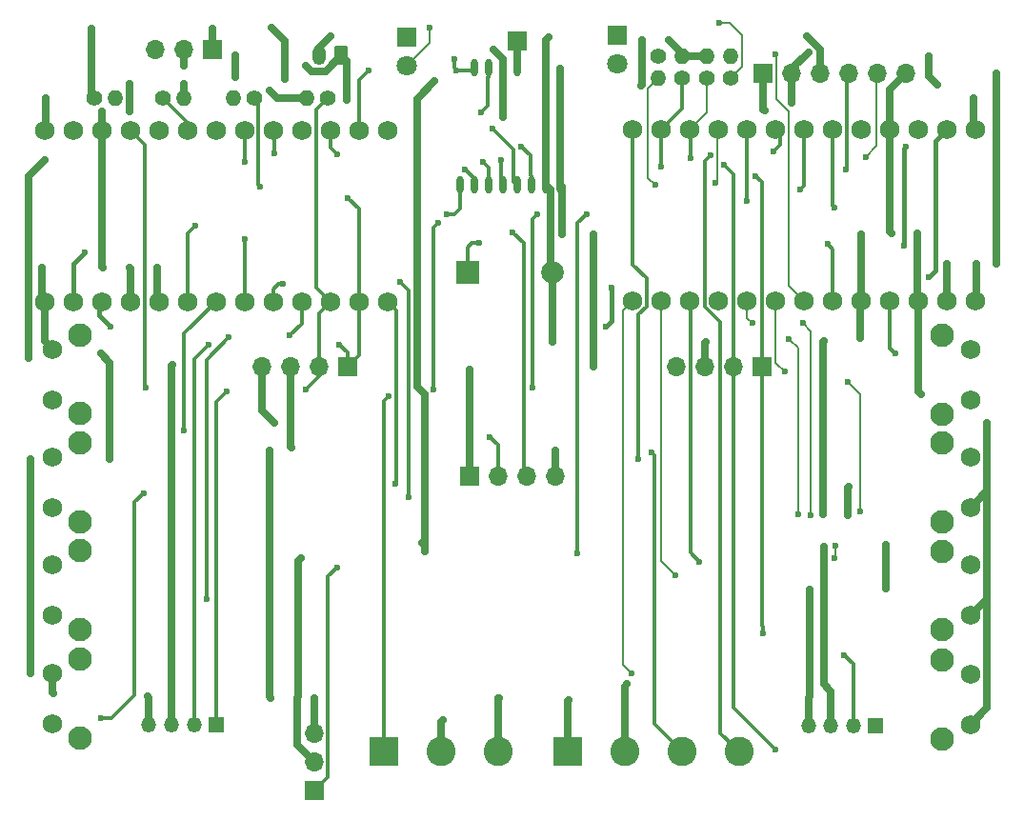
<source format=gbr>
%TF.GenerationSoftware,KiCad,Pcbnew,8.0.6-8.0.6-0~ubuntu24.04.1*%
%TF.CreationDate,2025-07-04T19:00:07-04:00*%
%TF.ProjectId,meshbot_kicad,6d657368-626f-4745-9f6b-696361642e6b,rev?*%
%TF.SameCoordinates,Original*%
%TF.FileFunction,Copper,L1,Top*%
%TF.FilePolarity,Positive*%
%FSLAX46Y46*%
G04 Gerber Fmt 4.6, Leading zero omitted, Abs format (unit mm)*
G04 Created by KiCad (PCBNEW 8.0.6-8.0.6-0~ubuntu24.04.1) date 2025-07-04 19:00:07*
%MOMM*%
%LPD*%
G01*
G04 APERTURE LIST*
G04 Aperture macros list*
%AMRoundRect*
0 Rectangle with rounded corners*
0 $1 Rounding radius*
0 $2 $3 $4 $5 $6 $7 $8 $9 X,Y pos of 4 corners*
0 Add a 4 corners polygon primitive as box body*
4,1,4,$2,$3,$4,$5,$6,$7,$8,$9,$2,$3,0*
0 Add four circle primitives for the rounded corners*
1,1,$1+$1,$2,$3*
1,1,$1+$1,$4,$5*
1,1,$1+$1,$6,$7*
1,1,$1+$1,$8,$9*
0 Add four rect primitives between the rounded corners*
20,1,$1+$1,$2,$3,$4,$5,0*
20,1,$1+$1,$4,$5,$6,$7,0*
20,1,$1+$1,$6,$7,$8,$9,0*
20,1,$1+$1,$8,$9,$2,$3,0*%
G04 Aperture macros list end*
%TA.AperFunction,ComponentPad*%
%ADD10R,1.700000X1.700000*%
%TD*%
%TA.AperFunction,ComponentPad*%
%ADD11O,1.700000X1.700000*%
%TD*%
%TA.AperFunction,ComponentPad*%
%ADD12C,1.400000*%
%TD*%
%TA.AperFunction,ComponentPad*%
%ADD13O,1.400000X1.400000*%
%TD*%
%TA.AperFunction,ComponentPad*%
%ADD14R,1.800000X1.800000*%
%TD*%
%TA.AperFunction,ComponentPad*%
%ADD15C,1.800000*%
%TD*%
%TA.AperFunction,ComponentPad*%
%ADD16RoundRect,0.250000X0.350000X0.625000X-0.350000X0.625000X-0.350000X-0.625000X0.350000X-0.625000X0*%
%TD*%
%TA.AperFunction,ComponentPad*%
%ADD17O,1.200000X1.750000*%
%TD*%
%TA.AperFunction,ComponentPad*%
%ADD18C,1.752600*%
%TD*%
%TA.AperFunction,ComponentPad*%
%ADD19O,1.350000X1.350000*%
%TD*%
%TA.AperFunction,ComponentPad*%
%ADD20R,1.350000X1.350000*%
%TD*%
%TA.AperFunction,ComponentPad*%
%ADD21R,2.600000X2.600000*%
%TD*%
%TA.AperFunction,ComponentPad*%
%ADD22C,2.600000*%
%TD*%
%TA.AperFunction,ComponentPad*%
%ADD23C,1.750000*%
%TD*%
%TA.AperFunction,ComponentPad*%
%ADD24C,2.100000*%
%TD*%
%TA.AperFunction,ComponentPad*%
%ADD25R,2.000000X2.000000*%
%TD*%
%TA.AperFunction,ComponentPad*%
%ADD26C,2.000000*%
%TD*%
%TA.AperFunction,SMDPad,CuDef*%
%ADD27RoundRect,0.300000X0.000010X-0.500000X0.000010X0.500000X-0.000010X0.500000X-0.000010X-0.500000X0*%
%TD*%
%TA.AperFunction,ViaPad*%
%ADD28C,0.600000*%
%TD*%
%TA.AperFunction,Conductor*%
%ADD29C,0.200000*%
%TD*%
%TA.AperFunction,Conductor*%
%ADD30C,0.700000*%
%TD*%
%TA.AperFunction,Conductor*%
%ADD31C,0.300000*%
%TD*%
%TA.AperFunction,Conductor*%
%ADD32C,0.400000*%
%TD*%
G04 APERTURE END LIST*
D10*
%TO.P,J12,1,Pin_1*%
%TO.N,V_EXT*%
X167480000Y-44500000D03*
D11*
%TO.P,J12,2,Pin_2*%
%TO.N,BAT*%
X170020000Y-44500000D03*
%TO.P,J12,3,Pin_3*%
%TO.N,3V3*%
X172560000Y-44500000D03*
%TO.P,J12,4,Pin_4*%
%TO.N,SDA*%
X175100000Y-44500000D03*
%TO.P,J12,5,Pin_5*%
%TO.N,SCL*%
X177640000Y-44500000D03*
%TO.P,J12,6,Pin_6*%
%TO.N,GND*%
X180180000Y-44500000D03*
%TD*%
D12*
%TO.P,R8,1*%
%TO.N,Net-(D2-A)*%
X164600000Y-44900000D03*
D13*
%TO.P,R8,2*%
%TO.N,LED_B*%
X164600000Y-43000000D03*
%TD*%
D14*
%TO.P,D1,1,K*%
%TO.N,GND*%
X154500000Y-41125000D03*
D15*
%TO.P,D1,2,A*%
%TO.N,Net-(D1-A)*%
X154500000Y-43665000D03*
%TD*%
D16*
%TO.P,J1,1,Pin_1*%
%TO.N,V_EXT*%
X130000000Y-42900000D03*
D17*
%TO.P,J1,2,Pin_2*%
%TO.N,GND*%
X128000000Y-42900000D03*
%TD*%
D18*
%TO.P,U2,1,TX0/P0.06*%
%TO.N,MESH_TX*%
X106140000Y-64780000D03*
%TO.P,U2,2,RX1/P0.08*%
%TO.N,MESH_RX*%
X108680000Y-64780000D03*
%TO.P,U2,3,GND*%
%TO.N,GND*%
X111220000Y-64780000D03*
%TO.P,U2,4,GND*%
X113760000Y-64780000D03*
%TO.P,U2,5,P0.17*%
%TO.N,RF_SW*%
X116300000Y-64780000D03*
%TO.P,U2,6,P0.20*%
%TO.N,GPS_RX*%
X118840000Y-64780000D03*
%TO.P,U2,7,P0.22*%
%TO.N,GPS_TX*%
X121380000Y-64780000D03*
%TO.P,U2,8,P0.24*%
%TO.N,MESH_BUTTON_A*%
X123920000Y-64780000D03*
%TO.P,U2,9,P1.00*%
%TO.N,MESH_BUTTON_B*%
X126460000Y-64780000D03*
%TO.P,U2,10,P0.11*%
%TO.N,SCL_MESH*%
X129000000Y-64780000D03*
%TO.P,U2,11,P1.04*%
%TO.N,SDA_MESH*%
X131540000Y-64780000D03*
%TO.P,U2,12,P1.06*%
%TO.N,MESH_BUTTON_C*%
X134080000Y-64780000D03*
%TO.P,U2,13,NFC1/P0.09*%
%TO.N,LORA_RST*%
X134080000Y-49540000D03*
%TO.P,U2,14,NFC2/P0.10*%
%TO.N,DIO1*%
X131540000Y-49540000D03*
%TO.P,U2,15,P1.11*%
%TO.N,SCK*%
X129000000Y-49540000D03*
%TO.P,U2,16,P1.13*%
%TO.N,CS*%
X126460000Y-49540000D03*
%TO.P,U2,17,P1.15*%
%TO.N,MOSI*%
X123920000Y-49540000D03*
%TO.P,U2,18,AIN0/P0.02*%
%TO.N,MISO*%
X121380000Y-49540000D03*
%TO.P,U2,19,AIN5/P0.29*%
%TO.N,BUSY*%
X118840000Y-49540000D03*
%TO.P,U2,20,AIN7/P0.31*%
%TO.N,MESH_BATT_MEASURE*%
X116300000Y-49540000D03*
%TO.P,U2,21,VCC*%
%TO.N,3V3*%
X113760000Y-49540000D03*
%TO.P,U2,22,RST*%
%TO.N,MESH_RST*%
X111220000Y-49540000D03*
%TO.P,U2,23,GND*%
%TO.N,GND*%
X108680000Y-49540000D03*
%TO.P,U2,24,BAT*%
%TO.N,BAT*%
X106140000Y-49540000D03*
%TO.P,U2,25,BAT*%
X103600000Y-49540000D03*
%TO.P,U2,26,GND*%
%TO.N,GND*%
X103600000Y-64780000D03*
%TD*%
D11*
%TO.P,J5,1,Pin_1*%
%TO.N,3V3*%
X159800000Y-70600000D03*
%TO.P,J5,2,Pin_2*%
%TO.N,GND*%
X162340000Y-70600000D03*
%TO.P,J5,3,Pin_3*%
%TO.N,SCL*%
X164880000Y-70600000D03*
D10*
%TO.P,J5,4,Pin_4*%
%TO.N,SDA*%
X167420000Y-70600000D03*
%TD*%
D19*
%TO.P,U5,1,GND*%
%TO.N,GND*%
X171500000Y-102500000D03*
%TO.P,U5,2,VCC*%
%TO.N,3V3*%
X173500000Y-102500000D03*
%TO.P,U5,3,SDA*%
%TO.N,SDA*%
X175500000Y-102500000D03*
D20*
%TO.P,U5,4,SCL*%
%TO.N,SCL*%
X177500000Y-102500000D03*
%TD*%
D21*
%TO.P,J6,1,Pin_1*%
%TO.N,GND*%
X150100000Y-104800000D03*
D22*
%TO.P,J6,2,Pin_2*%
%TO.N,3V3*%
X155180000Y-104800000D03*
%TO.P,J6,3,Pin_3*%
%TO.N,UART_RX*%
X160260000Y-104800000D03*
%TO.P,J6,4,Pin_4*%
%TO.N,UART_TX*%
X165340000Y-104800000D03*
%TD*%
D23*
%TO.P,SW1,2,2*%
%TO.N,GND*%
X104300000Y-69000000D03*
%TO.P,SW1,1,1*%
%TO.N,MESH_RST*%
X104300000Y-73500000D03*
D24*
%TO.P,SW1,*%
%TO.N,*%
X106790000Y-67740000D03*
X106790000Y-74750000D03*
%TD*%
D12*
%TO.P,R1,1*%
%TO.N,MESH_BATT_MEASURE*%
X114095000Y-46700000D03*
D13*
%TO.P,R1,2*%
%TO.N,GND*%
X115995000Y-46700000D03*
%TD*%
D10*
%TO.P,J11,1,Pin_1*%
%TO.N,SERVO_A*%
X127600000Y-108280000D03*
D11*
%TO.P,J11,2,Pin_2*%
%TO.N,BAT*%
X127600000Y-105740000D03*
%TO.P,J11,3,Pin_3*%
%TO.N,GND*%
X127600000Y-103200000D03*
%TD*%
D23*
%TO.P,SW2,2,2*%
%TO.N,GND*%
X104300000Y-78600000D03*
%TO.P,SW2,1,1*%
%TO.N,MESH_BUTTON_A*%
X104300000Y-83100000D03*
D24*
%TO.P,SW2,*%
%TO.N,*%
X106790000Y-77340000D03*
X106790000Y-84350000D03*
%TD*%
D25*
%TO.P,J9,1,Pin_1*%
%TO.N,BUZZER*%
X141200000Y-62200000D03*
D26*
%TO.P,J9,2,Pin_2*%
%TO.N,GND*%
X148800000Y-62200000D03*
%TD*%
D23*
%TO.P,SW7,2,2*%
%TO.N,GND*%
X104300000Y-88200000D03*
%TO.P,SW7,1,1*%
%TO.N,MESH_BUTTON_B*%
X104300000Y-92700000D03*
D24*
%TO.P,SW7,*%
%TO.N,*%
X106790000Y-86940000D03*
X106790000Y-93950000D03*
%TD*%
D12*
%TO.P,R6,1*%
%TO.N,SDA*%
X160300000Y-44900000D03*
D13*
%TO.P,R6,2*%
%TO.N,3V3*%
X160300000Y-43000000D03*
%TD*%
D23*
%TO.P,SW8,2,2*%
%TO.N,GND*%
X104300000Y-97800000D03*
%TO.P,SW8,1,1*%
%TO.N,MESH_BUTTON_C*%
X104300000Y-102300000D03*
D24*
%TO.P,SW8,*%
%TO.N,*%
X106790000Y-96540000D03*
X106790000Y-103550000D03*
%TD*%
D23*
%TO.P,SW6,2,2*%
%TO.N,GND*%
X185900000Y-102400000D03*
%TO.P,SW6,1,1*%
%TO.N,BUTTON_C*%
X185900000Y-97900000D03*
D24*
%TO.P,SW6,*%
%TO.N,*%
X183410000Y-103660000D03*
X183410000Y-96650000D03*
%TD*%
D12*
%TO.P,R7,1*%
%TO.N,Net-(D1-A)*%
X158200000Y-43000000D03*
D13*
%TO.P,R7,2*%
%TO.N,LED_A*%
X158200000Y-44900000D03*
%TD*%
D14*
%TO.P,D2,1,K*%
%TO.N,GND*%
X135800000Y-41260000D03*
D15*
%TO.P,D2,2,A*%
%TO.N,Net-(D2-A)*%
X135800000Y-43800000D03*
%TD*%
D23*
%TO.P,SW5,2,2*%
%TO.N,GND*%
X185900000Y-92700000D03*
%TO.P,SW5,1,1*%
%TO.N,BUTTON_B*%
X185900000Y-88200000D03*
D24*
%TO.P,SW5,*%
%TO.N,*%
X183410000Y-93960000D03*
X183410000Y-86950000D03*
%TD*%
D12*
%TO.P,R5,1*%
%TO.N,SCL*%
X162500000Y-44900000D03*
D13*
%TO.P,R5,2*%
%TO.N,3V3*%
X162500000Y-43000000D03*
%TD*%
D23*
%TO.P,SW3,2,2*%
%TO.N,GND*%
X185900000Y-73500000D03*
%TO.P,SW3,1,1*%
%TO.N,MICRO_RST*%
X185900000Y-69000000D03*
D24*
%TO.P,SW3,*%
%TO.N,*%
X183410000Y-74760000D03*
X183410000Y-67750000D03*
%TD*%
D11*
%TO.P,J3,1,Pin_1*%
%TO.N,3V3*%
X122900000Y-70600000D03*
%TO.P,J3,2,Pin_2*%
%TO.N,GND*%
X125440000Y-70600000D03*
%TO.P,J3,3,Pin_3*%
%TO.N,SCL_MESH*%
X127980000Y-70600000D03*
D10*
%TO.P,J3,4,Pin_4*%
%TO.N,SDA_MESH*%
X130520000Y-70600000D03*
%TD*%
D12*
%TO.P,R3,1*%
%TO.N,SCL_MESH*%
X128800000Y-46700000D03*
D13*
%TO.P,R3,2*%
%TO.N,3V3*%
X126900000Y-46700000D03*
%TD*%
D12*
%TO.P,R2,1*%
%TO.N,BAT*%
X107995000Y-46700000D03*
D13*
%TO.P,R2,2*%
%TO.N,MESH_BATT_MEASURE*%
X109895000Y-46700000D03*
%TD*%
D19*
%TO.P,U4,1,GND*%
%TO.N,GND*%
X112900000Y-102400000D03*
%TO.P,U4,2,VCC*%
%TO.N,3V3*%
X114900000Y-102400000D03*
%TO.P,U4,3,SDA*%
%TO.N,SDA_MESH*%
X116900000Y-102400000D03*
D20*
%TO.P,U4,4,SCL*%
%TO.N,SCL_MESH*%
X118900000Y-102400000D03*
%TD*%
D23*
%TO.P,SW4,2,2*%
%TO.N,GND*%
X185900000Y-83100000D03*
%TO.P,SW4,1,1*%
%TO.N,BUTTON_A*%
X185900000Y-78600000D03*
D24*
%TO.P,SW4,*%
%TO.N,*%
X183410000Y-84360000D03*
X183410000Y-77350000D03*
%TD*%
D10*
%TO.P,J8,1,Pin_1*%
%TO.N,BAT*%
X118500000Y-42400000D03*
D11*
%TO.P,J8,2,Pin_2*%
%TO.N,V_EXT*%
X115960000Y-42400000D03*
%TO.P,J8,3,Pin_3*%
%TO.N,unconnected-(J8-Pin_3-Pad3)*%
X113420000Y-42400000D03*
%TD*%
D27*
%TO.P,U1,1,RF_SW1*%
%TO.N,RF_SW*%
X140510000Y-54400000D03*
%TO.P,U1,2,MISO*%
%TO.N,MISO*%
X141780000Y-54400000D03*
%TO.P,U1,3,MOSI*%
%TO.N,MOSI*%
X143050000Y-54400000D03*
%TO.P,U1,4,SCK*%
%TO.N,SCK*%
X144320000Y-54400000D03*
%TO.P,U1,5,RST*%
%TO.N,LORA_RST*%
X145590000Y-54400000D03*
%TO.P,U1,6,NSS*%
%TO.N,CS*%
X146860000Y-54400000D03*
%TO.P,U1,7,GND1*%
%TO.N,GND*%
X148130000Y-54400000D03*
%TO.P,U1,8,VCC*%
%TO.N,3V3*%
X149400000Y-54400000D03*
%TO.P,U1,9,ANT*%
%TO.N,ANT*%
X145590000Y-44000000D03*
%TO.P,U1,10,GND2*%
%TO.N,GND*%
X144320000Y-44000000D03*
%TO.P,U1,11,BUSY*%
%TO.N,BUSY*%
X143050000Y-44000000D03*
%TO.P,U1,12,DIO1*%
%TO.N,DIO1*%
X141780000Y-44000000D03*
%TD*%
D21*
%TO.P,J7,1,Pin_1*%
%TO.N,1WIRE*%
X133800000Y-104800000D03*
D22*
%TO.P,J7,2,Pin_2*%
%TO.N,3V3*%
X138880000Y-104800000D03*
%TO.P,J7,3,Pin_3*%
%TO.N,GND*%
X143960000Y-104800000D03*
%TD*%
D10*
%TO.P,J4,1,Pin_1*%
%TO.N,ANT*%
X145600000Y-41600000D03*
%TD*%
D12*
%TO.P,R4,1*%
%TO.N,SDA_MESH*%
X122300000Y-46700000D03*
D13*
%TO.P,R4,2*%
%TO.N,3V3*%
X120400000Y-46700000D03*
%TD*%
D18*
%TO.P,U3,26,GND*%
%TO.N,GND*%
X186380000Y-49460000D03*
%TO.P,U3,25,BAT*%
%TO.N,BAT*%
X186380000Y-64700000D03*
%TO.P,U3,24,BAT*%
X183840000Y-64700000D03*
%TO.P,U3,23,GND*%
%TO.N,GND*%
X181300000Y-64700000D03*
%TO.P,U3,22,RST*%
%TO.N,MICRO_RST*%
X178760000Y-64700000D03*
%TO.P,U3,21,VCC*%
%TO.N,3V3*%
X176220000Y-64700000D03*
%TO.P,U3,20,AIN7/P0.31*%
%TO.N,BUZZER*%
X173680000Y-64700000D03*
%TO.P,U3,19,AIN5/P0.29*%
%TO.N,LED_B*%
X171140000Y-64700000D03*
%TO.P,U3,18,AIN0/P0.02*%
%TO.N,MISO:C*%
X168600000Y-64700000D03*
%TO.P,U3,17,P1.15*%
%TO.N,MOSI:C*%
X166060000Y-64700000D03*
%TO.P,U3,16,P1.13*%
%TO.N,SD_CS*%
X163520000Y-64700000D03*
%TO.P,U3,15,P1.11*%
%TO.N,SCK:C*%
X160980000Y-64700000D03*
%TO.P,U3,14,NFC2/P0.10*%
%TO.N,BUTTON_B*%
X158440000Y-64700000D03*
%TO.P,U3,13,NFC1/P0.09*%
%TO.N,BUTTON_C*%
X155900000Y-64700000D03*
%TO.P,U3,12,P1.06*%
%TO.N,BUTTON_A*%
X155900000Y-49460000D03*
%TO.P,U3,11,P1.04*%
%TO.N,SDA*%
X158440000Y-49460000D03*
%TO.P,U3,10,P0.11*%
%TO.N,SCL*%
X160980000Y-49460000D03*
%TO.P,U3,9,P1.00*%
%TO.N,LED_A*%
X163520000Y-49460000D03*
%TO.P,U3,8,P0.24*%
%TO.N,SERVO_A*%
X166060000Y-49460000D03*
%TO.P,U3,7,P0.22*%
%TO.N,UART_TX*%
X168600000Y-49460000D03*
%TO.P,U3,6,P0.20*%
%TO.N,UART_RX*%
X171140000Y-49460000D03*
%TO.P,U3,5,P0.17*%
%TO.N,1WIRE*%
X173680000Y-49460000D03*
%TO.P,U3,4,GND*%
%TO.N,GND*%
X176220000Y-49460000D03*
%TO.P,U3,3,GND*%
X178760000Y-49460000D03*
%TO.P,U3,2,RX1/P0.08*%
%TO.N,MESH_TX*%
X181300000Y-49460000D03*
%TO.P,U3,1,TX0/P0.06*%
%TO.N,MESH_RX*%
X183840000Y-49460000D03*
%TD*%
D10*
%TO.P,J2,1,Pin_1*%
%TO.N,3V3*%
X141380000Y-80300000D03*
D11*
%TO.P,J2,2,Pin_2*%
%TO.N,GPS_RX*%
X143920000Y-80300000D03*
%TO.P,J2,3,Pin_3*%
%TO.N,GPS_TX*%
X146460000Y-80300000D03*
%TO.P,J2,4,Pin_4*%
%TO.N,GND*%
X149000000Y-80300000D03*
%TD*%
D28*
%TO.N,Net-(D2-A)*%
X163600000Y-40000000D03*
%TO.N,BAT*%
X138300000Y-45150000D03*
%TO.N,GND*%
X123700000Y-100000000D03*
%TO.N,LED_A*%
X163200000Y-54250000D03*
X157900000Y-54400000D03*
%TO.N,GND*%
X148400000Y-41300000D03*
X143500000Y-42400000D03*
%TO.N,Net-(D2-A)*%
X137800000Y-40400000D03*
%TO.N,BAT*%
X183000000Y-45500000D03*
X171500000Y-42600000D03*
X182200000Y-43000000D03*
X188200000Y-44500000D03*
%TO.N,SCL*%
X176600000Y-51900000D03*
%TO.N,SDA*%
X174800000Y-53000000D03*
%TO.N,LED_B*%
X168600000Y-42800000D03*
%TO.N,SD_CS*%
X170600000Y-83700000D03*
X169800000Y-68100000D03*
%TO.N,MOSI:C*%
X171000000Y-66700000D03*
X166500000Y-66700000D03*
X171700000Y-83800000D03*
%TO.N,MISO:C*%
X169400000Y-71000000D03*
X176100000Y-83400000D03*
X175000000Y-71900000D03*
%TO.N,SCK:C*%
X173800000Y-87600000D03*
X173900000Y-86500000D03*
X161800000Y-87900000D03*
%TO.N,BUTTON_B*%
X159700000Y-89100000D03*
%TO.N,BUTTON_C*%
X155800000Y-97800000D03*
%TO.N,SDA*%
X167500000Y-94300000D03*
X174700000Y-96200000D03*
%TO.N,GND*%
X171600000Y-90400000D03*
%TO.N,3V3*%
X172900000Y-86600000D03*
X172900000Y-98800000D03*
%TO.N,GND*%
X178400000Y-90300000D03*
X178400000Y-86400000D03*
X187400000Y-90300000D03*
X175100000Y-81200000D03*
X187400000Y-81100000D03*
X175000000Y-83800000D03*
%TO.N,3V3*%
X176100000Y-68000000D03*
X172800000Y-83700000D03*
X172900000Y-68300000D03*
X156600000Y-45600000D03*
X159100000Y-41500000D03*
X156700000Y-41500000D03*
X149400000Y-44100000D03*
X171400000Y-41200000D03*
%TO.N,BAT*%
X170000000Y-47100000D03*
%TO.N,V_EXT*%
X167600000Y-47800000D03*
%TO.N,GND*%
X178760000Y-46700000D03*
X181500000Y-73000000D03*
%TO.N,BUTTON_A*%
X156400000Y-78800000D03*
%TO.N,GND*%
X127600000Y-100000000D03*
%TO.N,UART_RX*%
X147000000Y-72400000D03*
X157600000Y-78200000D03*
%TO.N,SCL*%
X168600000Y-104600000D03*
%TO.N,SCL_MESH*%
X126800000Y-72600000D03*
X119800000Y-72800000D03*
%TO.N,SDA_MESH*%
X130600000Y-55600000D03*
X129800000Y-68600000D03*
X118200000Y-68600000D03*
X122800000Y-54600000D03*
%TO.N,RF_SW*%
X139400000Y-57000000D03*
X117000000Y-58000000D03*
%TO.N,GND*%
X111200000Y-61800000D03*
X111200000Y-45400000D03*
X186200000Y-46700000D03*
X113600000Y-61800000D03*
X171500000Y-100000000D03*
X148200000Y-48400000D03*
X112800000Y-99900000D03*
X108700000Y-47900000D03*
X102400000Y-97800000D03*
X187400000Y-75600000D03*
X125600000Y-77800000D03*
X149000000Y-78000000D03*
X111200000Y-47900000D03*
X144000000Y-100000000D03*
X108600000Y-69400000D03*
X116000000Y-45400000D03*
X108800000Y-61800000D03*
X144400000Y-48400000D03*
X102400000Y-78800000D03*
X148800000Y-68400000D03*
X120600000Y-44800000D03*
X150200000Y-100200000D03*
X120600000Y-42900000D03*
X123600000Y-78000000D03*
X109400000Y-78800000D03*
X103400000Y-61800000D03*
X102400000Y-88200000D03*
X104400000Y-99600000D03*
X129000000Y-41200000D03*
X162400000Y-68400000D03*
%TO.N,BAT*%
X103700000Y-46700000D03*
X107800000Y-40500000D03*
X137400000Y-87000000D03*
X126400000Y-87600000D03*
X118500000Y-40500000D03*
X123800000Y-40400000D03*
X125000000Y-45000000D03*
%TO.N,GPS_TX*%
X121400000Y-59200000D03*
X145200000Y-58600000D03*
%TO.N,GPS_RX*%
X143200000Y-76800000D03*
X116000000Y-76200000D03*
%TO.N,3V3*%
X149600000Y-58800000D03*
X123600000Y-46000000D03*
X124000000Y-75600000D03*
X141400000Y-70800000D03*
X152400000Y-70600000D03*
X103600000Y-52200000D03*
X155180000Y-102000000D03*
X141380000Y-75600000D03*
X139000000Y-102000000D03*
X155400000Y-98800000D03*
X115000000Y-70400000D03*
X152400000Y-58800000D03*
X102200000Y-69800000D03*
%TO.N,MESH_RST*%
X112600000Y-72400000D03*
%TO.N,MICRO_RST*%
X179200000Y-69400000D03*
%TO.N,LORA_RST*%
X143400000Y-49400000D03*
%TO.N,BUSY*%
X142400000Y-48000000D03*
%TO.N,MOSI*%
X142600000Y-52400000D03*
X124000000Y-51600000D03*
%TO.N,MISO*%
X121400000Y-52400000D03*
X141000000Y-53050000D03*
%TO.N,DIO1*%
X140000000Y-43200000D03*
X132400000Y-44200000D03*
X140200000Y-44200000D03*
%TO.N,CS*%
X146000000Y-51000000D03*
%TO.N,SCK*%
X129600000Y-51650000D03*
X144200000Y-52200000D03*
%TO.N,MESH_RX*%
X154000000Y-63500000D03*
X153500000Y-67000000D03*
X109500000Y-67000000D03*
%TO.N,MESH_TX*%
X107200000Y-60400000D03*
%TO.N,MESH_BUTTON_A*%
X136000000Y-82200000D03*
X124800000Y-63200000D03*
X135200000Y-63000000D03*
%TO.N,MESH_BUTTON_B*%
X120000000Y-67950000D03*
X118000000Y-91200000D03*
X125400000Y-67800000D03*
%TO.N,V_EXT*%
X126800000Y-43800000D03*
X116000000Y-43800000D03*
X130500000Y-46900000D03*
%TO.N,UART_RX*%
X147400000Y-57000000D03*
%TO.N,1WIRE*%
X138200000Y-72600000D03*
X138600000Y-57800000D03*
X134200000Y-73200000D03*
%TO.N,MESH_BUTTON_C*%
X112400000Y-81800000D03*
X108600000Y-101800000D03*
X134800000Y-81000000D03*
%TO.N,SERVO_A*%
X129600000Y-88400000D03*
X151000000Y-87200000D03*
X151800000Y-57000000D03*
%TO.N,BUZZER*%
X142200000Y-59600000D03*
%TO.N,MESH_TX*%
X180200000Y-51000000D03*
%TO.N,UART_TX*%
X168400000Y-51400000D03*
X162800000Y-51800000D03*
%TO.N,SCL*%
X161000000Y-52000000D03*
%TO.N,SERVO_A*%
X166000000Y-55800000D03*
%TO.N,1WIRE*%
X173800000Y-56400000D03*
%TO.N,BUZZER*%
X173200000Y-59650000D03*
%TO.N,3V3*%
X176200000Y-58800000D03*
%TO.N,SCL*%
X164000000Y-52600000D03*
%TO.N,UART_RX*%
X170800000Y-54800000D03*
%TO.N,SDA*%
X166800000Y-53600000D03*
X158400000Y-52800000D03*
%TO.N,GND*%
X178900000Y-58700000D03*
%TO.N,MESH_TX*%
X180000000Y-59800000D03*
%TO.N,GND*%
X181200000Y-58700000D03*
%TO.N,MESH_RX*%
X182200000Y-62600000D03*
%TO.N,BAT*%
X183800000Y-61400000D03*
X188200000Y-61400000D03*
X186400000Y-61400000D03*
%TD*%
D29*
%TO.N,Net-(D2-A)*%
X163600000Y-40000000D02*
X164500000Y-40000000D01*
X164500000Y-40000000D02*
X165600000Y-41100000D01*
D30*
%TO.N,BAT*%
X137400000Y-73002082D02*
X136700000Y-72302082D01*
X137400000Y-86400000D02*
X137400000Y-73002082D01*
X136700000Y-46750000D02*
X138300000Y-45150000D01*
X136700000Y-72302082D02*
X136700000Y-46750000D01*
%TO.N,GND*%
X123600000Y-78000000D02*
X123600000Y-99900000D01*
X123600000Y-99900000D02*
X123700000Y-100000000D01*
D31*
%TO.N,SDA*%
X158440000Y-49460000D02*
X160300000Y-47600000D01*
X160300000Y-47600000D02*
X160300000Y-44900000D01*
D29*
%TO.N,LED_A*%
X163400000Y-49580000D02*
X163520000Y-49460000D01*
X163200000Y-54250000D02*
X163400000Y-54050000D01*
X158200000Y-44900000D02*
X157263700Y-45836300D01*
X157263700Y-45836300D02*
X157263700Y-53763700D01*
X157263700Y-53763700D02*
X157900000Y-54400000D01*
X163400000Y-54050000D02*
X163400000Y-49580000D01*
D31*
%TO.N,BUTTON_A*%
X155900000Y-49460000D02*
X155900000Y-61500000D01*
X155900000Y-61500000D02*
X157126300Y-62726300D01*
X157126300Y-62726300D02*
X157126300Y-65207951D01*
X157126300Y-65207951D02*
X156400000Y-65934251D01*
X156400000Y-65934251D02*
X156400000Y-78800000D01*
D29*
%TO.N,SCL*%
X162500000Y-44900000D02*
X162500000Y-47940000D01*
X162500000Y-47940000D02*
X160980000Y-49460000D01*
D30*
%TO.N,GND*%
X148200000Y-41500000D02*
X148400000Y-41300000D01*
X148200000Y-48400000D02*
X148200000Y-41500000D01*
X144320000Y-43220000D02*
X144320000Y-44000000D01*
X143500000Y-42400000D02*
X144320000Y-43220000D01*
D29*
%TO.N,Net-(D2-A)*%
X164600000Y-44900000D02*
X165600000Y-43900000D01*
X165600000Y-43900000D02*
X165600000Y-41100000D01*
X137800000Y-40400000D02*
X137800000Y-41800000D01*
X137800000Y-41800000D02*
X135800000Y-43800000D01*
D30*
%TO.N,BAT*%
X182200000Y-43000000D02*
X182200000Y-44700000D01*
X170020000Y-44500000D02*
X170020000Y-44080000D01*
X170020000Y-44080000D02*
X171500000Y-42600000D01*
X182200000Y-44700000D02*
X183000000Y-45500000D01*
X188200000Y-61400000D02*
X188200000Y-44500000D01*
D29*
%TO.N,SCL*%
X177583700Y-50916300D02*
X176600000Y-51900000D01*
X177583700Y-44556300D02*
X177583700Y-50916300D01*
X177640000Y-44500000D02*
X177583700Y-44556300D01*
D31*
%TO.N,SDA*%
X174800000Y-53000000D02*
X174906300Y-52893700D01*
X174906300Y-52893700D02*
X174906300Y-44693700D01*
X174906300Y-44693700D02*
X175100000Y-44500000D01*
D29*
%TO.N,LED_B*%
X171140000Y-64700000D02*
X169776300Y-63336300D01*
X169776300Y-63336300D02*
X169776300Y-47876300D01*
X169776300Y-47876300D02*
X168700000Y-46800000D01*
X168700000Y-46800000D02*
X168700000Y-42900000D01*
X168700000Y-42900000D02*
X168600000Y-42800000D01*
%TO.N,SD_CS*%
X170600000Y-68900000D02*
X169800000Y-68100000D01*
X170600000Y-83700000D02*
X170600000Y-68900000D01*
%TO.N,MOSI:C*%
X171700000Y-67400000D02*
X171000000Y-66700000D01*
X171700000Y-83800000D02*
X171700000Y-67400000D01*
X166500000Y-66700000D02*
X166060000Y-66260000D01*
X166060000Y-66260000D02*
X166060000Y-64700000D01*
%TO.N,MISO:C*%
X168600000Y-70200000D02*
X168600000Y-64700000D01*
X176100000Y-83400000D02*
X176100000Y-73000000D01*
X176100000Y-73000000D02*
X175000000Y-71900000D01*
X169400000Y-71000000D02*
X168600000Y-70200000D01*
%TO.N,SCK:C*%
X173900000Y-86500000D02*
X173900000Y-87500000D01*
X173900000Y-87500000D02*
X173800000Y-87600000D01*
D31*
X161000000Y-64720000D02*
X161000000Y-87100000D01*
X161000000Y-87100000D02*
X161800000Y-87900000D01*
D29*
%TO.N,BUTTON_B*%
X158400000Y-87800000D02*
X159700000Y-89100000D01*
X158400000Y-66900000D02*
X158400000Y-87800000D01*
X158400000Y-66900000D02*
X158440000Y-66860000D01*
X158440000Y-66860000D02*
X158440000Y-64700000D01*
%TO.N,BUTTON_C*%
X155023700Y-97023700D02*
X155800000Y-97800000D01*
X155023700Y-65576300D02*
X155023700Y-97023700D01*
X155900000Y-64700000D02*
X155023700Y-65576300D01*
D31*
%TO.N,SDA*%
X175500000Y-98110051D02*
X175500000Y-97000000D01*
X175500000Y-97000000D02*
X174700000Y-96200000D01*
X167500000Y-94300000D02*
X167500000Y-93700000D01*
X167500000Y-93700000D02*
X167420000Y-93620000D01*
X167420000Y-93620000D02*
X167420000Y-70600000D01*
D30*
%TO.N,GND*%
X171600000Y-96600000D02*
X171600000Y-90400000D01*
%TO.N,3V3*%
X173500000Y-102500000D02*
X173500000Y-99400000D01*
X173500000Y-99400000D02*
X172900000Y-98800000D01*
X172900000Y-86600000D02*
X172900000Y-98800000D01*
%TO.N,GND*%
X178400000Y-86400000D02*
X178400000Y-90300000D01*
X187400000Y-81600000D02*
X187400000Y-90300000D01*
X187400000Y-90300000D02*
X187400000Y-91200000D01*
X175000000Y-81300000D02*
X175100000Y-81200000D01*
X175000000Y-83800000D02*
X175000000Y-81300000D01*
X187400000Y-81100000D02*
X187400000Y-81600000D01*
X187400000Y-75600000D02*
X187400000Y-81100000D01*
%TO.N,3V3*%
X172800000Y-68400000D02*
X172900000Y-68300000D01*
X176100000Y-64820000D02*
X176220000Y-64700000D01*
X172800000Y-83700000D02*
X172800000Y-68400000D01*
X176100000Y-68000000D02*
X176100000Y-64820000D01*
X156700000Y-41500000D02*
X156700000Y-45500000D01*
X160300000Y-42700000D02*
X159100000Y-41500000D01*
X156700000Y-45500000D02*
X156600000Y-45600000D01*
X160300000Y-43000000D02*
X160300000Y-42700000D01*
X149400000Y-44100000D02*
X149400000Y-54400000D01*
X162500000Y-43000000D02*
X160300000Y-43000000D01*
X172560000Y-44500000D02*
X172560000Y-42360000D01*
X172560000Y-42360000D02*
X171400000Y-41200000D01*
%TO.N,BAT*%
X170020000Y-44500000D02*
X170020000Y-47080000D01*
X170020000Y-47080000D02*
X170000000Y-47100000D01*
%TO.N,V_EXT*%
X167480000Y-47680000D02*
X167600000Y-47800000D01*
X167480000Y-44500000D02*
X167480000Y-47680000D01*
%TO.N,GND*%
X178760000Y-49460000D02*
X178760000Y-46700000D01*
X178760000Y-46700000D02*
X178760000Y-45920000D01*
X178760000Y-45920000D02*
X180180000Y-44500000D01*
X181300000Y-72800000D02*
X181300000Y-64700000D01*
X181500000Y-73000000D02*
X181300000Y-72800000D01*
X186600000Y-82400000D02*
X185900000Y-83100000D01*
X187400000Y-81600000D02*
X186600000Y-82400000D01*
D31*
%TO.N,SERVO_A*%
X129600000Y-88400000D02*
X128800000Y-89200000D01*
X127600000Y-108280000D02*
X128800000Y-107080000D01*
X128800000Y-107080000D02*
X128800000Y-89200000D01*
D30*
%TO.N,BAT*%
X126040000Y-100000000D02*
X126040000Y-104180000D01*
X126040000Y-104180000D02*
X127600000Y-105740000D01*
%TO.N,GND*%
X127600000Y-100000000D02*
X127600000Y-103200000D01*
D31*
%TO.N,UART_RX*%
X157800000Y-102340000D02*
X157800000Y-83200000D01*
X157800000Y-78400000D02*
X157600000Y-78200000D01*
X157800000Y-78600000D02*
X157800000Y-78400000D01*
X147000000Y-72400000D02*
X147000000Y-57400000D01*
X160260000Y-104800000D02*
X157800000Y-102340000D01*
X157800000Y-83200000D02*
X157800000Y-78600000D01*
%TO.N,SCL*%
X164880000Y-100880000D02*
X168600000Y-104600000D01*
X164880000Y-70600000D02*
X164880000Y-100880000D01*
%TO.N,SDA*%
X175500000Y-102500000D02*
X175500000Y-98110051D01*
D30*
%TO.N,GND*%
X171600000Y-96600000D02*
X171600000Y-99900000D01*
X171600000Y-99900000D02*
X171500000Y-100000000D01*
D31*
%TO.N,UART_TX*%
X162800000Y-51800000D02*
X162293700Y-52306300D01*
X162293700Y-65207951D02*
X163680000Y-66594251D01*
X162293700Y-52306300D02*
X162293700Y-65207951D01*
X163680000Y-103140000D02*
X165340000Y-104800000D01*
X163680000Y-66594251D02*
X163680000Y-103140000D01*
%TO.N,SCK:C*%
X161000000Y-64720000D02*
X160980000Y-64700000D01*
%TO.N,SCL_MESH*%
X127773700Y-47726300D02*
X128800000Y-46700000D01*
X127980000Y-71420000D02*
X127980000Y-70600000D01*
X118900000Y-73700000D02*
X119800000Y-72800000D01*
X127980000Y-70600000D02*
X127980000Y-65800000D01*
X129000000Y-64780000D02*
X127773700Y-63553700D01*
X126800000Y-72600000D02*
X127980000Y-71420000D01*
X118900000Y-102400000D02*
X118900000Y-73700000D01*
X127980000Y-65800000D02*
X129000000Y-64780000D01*
X127773700Y-63553700D02*
X127773700Y-47726300D01*
%TO.N,SDA_MESH*%
X116900000Y-69900000D02*
X118200000Y-68600000D01*
X122606300Y-47006300D02*
X122300000Y-46700000D01*
X131540000Y-69580000D02*
X130520000Y-70600000D01*
X130520000Y-69320000D02*
X129800000Y-68600000D01*
X131540000Y-64780000D02*
X131540000Y-69580000D01*
X122800000Y-54600000D02*
X122606300Y-54406300D01*
X130520000Y-70600000D02*
X130520000Y-69320000D01*
X130400000Y-70480000D02*
X130520000Y-70600000D01*
X116900000Y-102400000D02*
X116900000Y-69900000D01*
X131540000Y-64780000D02*
X131540000Y-56540000D01*
X131540000Y-56540000D02*
X130600000Y-55600000D01*
X122606300Y-54406300D02*
X122606300Y-47006300D01*
%TO.N,RF_SW*%
X140510000Y-56490000D02*
X140510000Y-54400000D01*
X116300000Y-64780000D02*
X116300000Y-58700000D01*
X116300000Y-58700000D02*
X117000000Y-58000000D01*
X140000000Y-57000000D02*
X140510000Y-56490000D01*
X139400000Y-57000000D02*
X140000000Y-57000000D01*
%TO.N,MESH_BATT_MEASURE*%
X114095000Y-46700000D02*
X116300000Y-48905000D01*
X116300000Y-48905000D02*
X116300000Y-49540000D01*
D30*
%TO.N,GND*%
X149000000Y-80300000D02*
X149000000Y-78000000D01*
X112900000Y-100000000D02*
X112800000Y-99900000D01*
X186200000Y-46700000D02*
X186200000Y-49280000D01*
X113600000Y-61800000D02*
X113600000Y-64620000D01*
X103600000Y-64780000D02*
X103600000Y-68300000D01*
X104300000Y-97800000D02*
X104300000Y-99500000D01*
X150100000Y-104800000D02*
X150100000Y-100300000D01*
X103400000Y-61800000D02*
X103400000Y-64580000D01*
X148200000Y-48400000D02*
X148200000Y-54330000D01*
X186000000Y-73400000D02*
X185900000Y-73500000D01*
X162340000Y-70600000D02*
X162340000Y-68460000D01*
X112900000Y-102400000D02*
X112900000Y-100000000D01*
X108680000Y-49540000D02*
X108680000Y-61680000D01*
X186200000Y-49280000D02*
X186380000Y-49460000D01*
X144320000Y-44000000D02*
X144320000Y-48320000D01*
X115995000Y-45405000D02*
X116000000Y-45400000D01*
X109400000Y-70200000D02*
X108600000Y-69400000D01*
X186000000Y-92800000D02*
X185900000Y-92700000D01*
X102400000Y-88200000D02*
X102400000Y-97800000D01*
X162340000Y-68460000D02*
X162400000Y-68400000D01*
X187400000Y-91200000D02*
X187400000Y-100900000D01*
X148200000Y-54330000D02*
X148130000Y-54400000D01*
X108680000Y-61680000D02*
X108800000Y-61800000D01*
X128000000Y-42900000D02*
X128000000Y-42200000D01*
X113600000Y-64620000D02*
X113760000Y-64780000D01*
X144320000Y-48320000D02*
X144400000Y-48400000D01*
X148800000Y-61800000D02*
X148550000Y-61550000D01*
X115995000Y-46700000D02*
X115995000Y-45405000D01*
X111200000Y-45400000D02*
X111200000Y-47900000D01*
X125440000Y-77640000D02*
X125440000Y-70600000D01*
X111220000Y-64780000D02*
X111220000Y-61820000D01*
X148550000Y-54820000D02*
X148130000Y-54400000D01*
X181200000Y-64600000D02*
X181300000Y-64700000D01*
X103400000Y-64580000D02*
X103600000Y-64780000D01*
X128000000Y-42200000D02*
X129000000Y-41200000D01*
X150100000Y-100300000D02*
X150200000Y-100200000D01*
X103600000Y-68300000D02*
X104300000Y-69000000D01*
X178400000Y-49100000D02*
X178760000Y-49460000D01*
X125600000Y-77800000D02*
X125440000Y-77640000D01*
X104300000Y-99500000D02*
X104400000Y-99600000D01*
X109400000Y-78800000D02*
X109400000Y-70200000D01*
X187400000Y-91200000D02*
X185900000Y-92700000D01*
X143960000Y-100040000D02*
X144000000Y-100000000D01*
X120600000Y-44800000D02*
X120600000Y-42900000D01*
X148800000Y-68400000D02*
X148800000Y-62200000D01*
X148800000Y-62200000D02*
X148800000Y-61800000D01*
X143960000Y-104800000D02*
X143960000Y-100040000D01*
X102400000Y-78800000D02*
X102400000Y-88200000D01*
X111220000Y-61820000D02*
X111200000Y-61800000D01*
X108700000Y-49520000D02*
X108680000Y-49540000D01*
X112800000Y-102300000D02*
X112900000Y-102400000D01*
X108700000Y-47900000D02*
X108700000Y-49520000D01*
X148550000Y-61550000D02*
X148550000Y-54820000D01*
X171500000Y-102500000D02*
X171500000Y-100000000D01*
X187400000Y-100900000D02*
X185900000Y-102400000D01*
%TO.N,BAT*%
X125000000Y-41600000D02*
X123800000Y-40400000D01*
X137400000Y-87000000D02*
X137400000Y-86400000D01*
X186400000Y-64680000D02*
X186380000Y-64700000D01*
X103700000Y-46700000D02*
X103700000Y-49440000D01*
X125000000Y-45000000D02*
X125000000Y-41600000D01*
X103700000Y-49440000D02*
X103600000Y-49540000D01*
X118500000Y-42400000D02*
X118500000Y-40500000D01*
X107800000Y-46505000D02*
X107995000Y-46700000D01*
X126140000Y-99900000D02*
X126140000Y-87860000D01*
X107800000Y-40500000D02*
X107800000Y-46505000D01*
X126040000Y-100000000D02*
X126140000Y-99900000D01*
X126140000Y-87860000D02*
X126400000Y-87600000D01*
X137400000Y-86400000D02*
X137200000Y-86200000D01*
D31*
%TO.N,GPS_TX*%
X121380000Y-59820000D02*
X121380000Y-64780000D01*
X146200000Y-80040000D02*
X146200000Y-69600000D01*
X146200000Y-69600000D02*
X146200000Y-59600000D01*
X121400000Y-59800000D02*
X121380000Y-59820000D01*
X121400000Y-59200000D02*
X121400000Y-59800000D01*
X146200000Y-59600000D02*
X145200000Y-58600000D01*
X146460000Y-80300000D02*
X146200000Y-80040000D01*
%TO.N,GPS_RX*%
X116000000Y-76200000D02*
X116000000Y-67620000D01*
X116000000Y-67620000D02*
X118840000Y-64780000D01*
X143920000Y-77520000D02*
X143200000Y-76800000D01*
X143920000Y-80300000D02*
X143920000Y-77520000D01*
D30*
%TO.N,3V3*%
X102173700Y-69773700D02*
X102173700Y-53626300D01*
X102173700Y-53626300D02*
X103600000Y-52200000D01*
X122900000Y-74500000D02*
X124000000Y-75600000D01*
X149600000Y-58800000D02*
X149600000Y-54600000D01*
X126900000Y-46700000D02*
X124300000Y-46700000D01*
X102200000Y-69800000D02*
X102173700Y-69773700D01*
X155180000Y-102000000D02*
X155180000Y-99020000D01*
X124300000Y-46700000D02*
X123600000Y-46000000D01*
X138880000Y-104800000D02*
X138880000Y-102120000D01*
X138880000Y-102120000D02*
X139000000Y-102000000D01*
X114900000Y-70500000D02*
X115000000Y-70400000D01*
X122900000Y-70600000D02*
X122900000Y-74500000D01*
X141380000Y-75600000D02*
X141380000Y-70820000D01*
X155180000Y-104800000D02*
X155180000Y-102000000D01*
X149600000Y-54600000D02*
X149400000Y-54400000D01*
X141380000Y-70820000D02*
X141400000Y-70800000D01*
X152400000Y-70600000D02*
X152400000Y-58800000D01*
X141380000Y-80300000D02*
X141380000Y-75600000D01*
X114900000Y-102400000D02*
X114900000Y-70500000D01*
X155180000Y-99020000D02*
X155400000Y-98800000D01*
D31*
%TO.N,MESH_RST*%
X112600000Y-72400000D02*
X112533700Y-72333700D01*
X112533700Y-72333700D02*
X112533700Y-50853700D01*
X112533700Y-50853700D02*
X111220000Y-49540000D01*
%TO.N,MICRO_RST*%
X178760000Y-64700000D02*
X178760000Y-68960000D01*
X178760000Y-68960000D02*
X179200000Y-69400000D01*
%TO.N,LORA_RST*%
X145290000Y-51290000D02*
X143400000Y-49400000D01*
X145590000Y-54400000D02*
X145290000Y-54100000D01*
X145290000Y-54100000D02*
X145290000Y-51290000D01*
%TO.N,BUSY*%
X143050000Y-44799999D02*
X143000000Y-44849999D01*
X143000000Y-47400000D02*
X142400000Y-48000000D01*
X143000000Y-44849999D02*
X143000000Y-45600000D01*
X143050000Y-44000000D02*
X143050000Y-44799999D01*
X143000000Y-45600000D02*
X143000000Y-47400000D01*
D30*
%TO.N,ANT*%
X145600000Y-43990000D02*
X145590000Y-44000000D01*
X145600000Y-41600000D02*
X145600000Y-43990000D01*
D31*
%TO.N,MOSI*%
X124000000Y-49620000D02*
X123920000Y-49540000D01*
X143050000Y-52850000D02*
X142600000Y-52400000D01*
X124000000Y-51600000D02*
X124000000Y-49620000D01*
X143050000Y-54400000D02*
X143050000Y-52850000D01*
%TO.N,MISO*%
X141780000Y-53830000D02*
X141000000Y-53050000D01*
X121400000Y-52400000D02*
X121400000Y-49560000D01*
X121400000Y-49560000D02*
X121380000Y-49540000D01*
X141780000Y-54400000D02*
X141780000Y-53830000D01*
%TO.N,DIO1*%
X140000000Y-43200000D02*
X140000000Y-44000000D01*
X141580000Y-44200000D02*
X141780000Y-44000000D01*
X140200000Y-44200000D02*
X141580000Y-44200000D01*
X131540000Y-45060000D02*
X132400000Y-44200000D01*
X140000000Y-44000000D02*
X140200000Y-44200000D01*
X131540000Y-49540000D02*
X131540000Y-45060000D01*
%TO.N,CS*%
X146860000Y-54400000D02*
X146860000Y-53600001D01*
X146860000Y-53600001D02*
X146800000Y-53540001D01*
X146800000Y-53540001D02*
X146800000Y-52400000D01*
X146800000Y-52400000D02*
X146800000Y-51800000D01*
X146800000Y-51800000D02*
X146000000Y-51000000D01*
%TO.N,SCK*%
X129000000Y-51050000D02*
X129600000Y-51650000D01*
X144200000Y-54280000D02*
X144320000Y-54400000D01*
X129000000Y-49540000D02*
X129000000Y-51050000D01*
X144200000Y-52200000D02*
X144200000Y-54280000D01*
%TO.N,SCL*%
X177500000Y-44860000D02*
X177685000Y-44675000D01*
X161000000Y-49480000D02*
X160980000Y-49460000D01*
X161000000Y-52000000D02*
X161000000Y-49480000D01*
X164880000Y-70600000D02*
X164833700Y-70553700D01*
%TO.N,SDA*%
X175145000Y-44675000D02*
X175326300Y-44856300D01*
X167420000Y-70600000D02*
X167373700Y-70553700D01*
D32*
%TO.N,MESH_RX*%
X108500000Y-64960000D02*
X108680000Y-64780000D01*
X154000000Y-66500000D02*
X153500000Y-67000000D01*
X109500000Y-67000000D02*
X108500000Y-66000000D01*
X154000000Y-63500000D02*
X154000000Y-66500000D01*
X108500000Y-66000000D02*
X108500000Y-64960000D01*
%TO.N,MESH_TX*%
X106140000Y-61460000D02*
X107200000Y-60400000D01*
X106140000Y-64780000D02*
X106140000Y-61460000D01*
D31*
%TO.N,MESH_BUTTON_A*%
X136000000Y-63800000D02*
X135200000Y-63000000D01*
X123920000Y-63680000D02*
X123920000Y-64780000D01*
X124400000Y-63200000D02*
X123920000Y-63680000D01*
X136000000Y-82200000D02*
X136000000Y-63800000D01*
X124800000Y-63200000D02*
X124400000Y-63200000D01*
%TO.N,MESH_BUTTON_B*%
X118000000Y-70400000D02*
X118000000Y-69950000D01*
X126460000Y-66740000D02*
X126460000Y-64780000D01*
X118000000Y-91200000D02*
X118000000Y-70400000D01*
X125400000Y-67800000D02*
X126460000Y-66740000D01*
X118000000Y-69950000D02*
X120000000Y-67950000D01*
D30*
%TO.N,V_EXT*%
X130500000Y-46900000D02*
X130500000Y-43400000D01*
X128575000Y-44325000D02*
X130000000Y-42900000D01*
X130500000Y-43400000D02*
X130000000Y-42900000D01*
X126800000Y-43800000D02*
X127325000Y-44325000D01*
X127325000Y-44325000D02*
X128575000Y-44325000D01*
X115960000Y-43760000D02*
X116000000Y-43800000D01*
X115960000Y-42400000D02*
X115960000Y-43760000D01*
D31*
%TO.N,UART_TX*%
X169000000Y-49860000D02*
X168600000Y-49460000D01*
X169000000Y-50800000D02*
X169000000Y-49860000D01*
%TO.N,UART_RX*%
X147000000Y-57400000D02*
X147400000Y-57000000D01*
%TO.N,1WIRE*%
X138200000Y-58200000D02*
X138600000Y-57800000D01*
X133800000Y-73600000D02*
X134200000Y-73200000D01*
X138200000Y-72600000D02*
X138200000Y-58200000D01*
X133800000Y-104800000D02*
X133800000Y-73600000D01*
%TO.N,MESH_BUTTON_C*%
X108600000Y-101800000D02*
X109600000Y-101800000D01*
X134850000Y-80950000D02*
X134850000Y-65550000D01*
X134800000Y-81000000D02*
X134850000Y-80950000D01*
X111600000Y-99800000D02*
X111600000Y-85400000D01*
X111600000Y-82600000D02*
X112400000Y-81800000D01*
X109600000Y-101800000D02*
X110600000Y-100800000D01*
X134850000Y-65550000D02*
X134080000Y-64780000D01*
X110600000Y-100800000D02*
X111600000Y-99800000D01*
X111600000Y-85400000D02*
X111600000Y-82600000D01*
%TO.N,SERVO_A*%
X151000000Y-57800000D02*
X151800000Y-57000000D01*
X151000000Y-87200000D02*
X151000000Y-57800000D01*
%TO.N,BUZZER*%
X142200000Y-59600000D02*
X141600000Y-59600000D01*
X141600000Y-59600000D02*
X141200000Y-60000000D01*
X141200000Y-60000000D02*
X141200000Y-62200000D01*
%TO.N,MOSI:C*%
X166080000Y-64720000D02*
X166060000Y-64700000D01*
%TO.N,SCK:C*%
X161140000Y-64860000D02*
X160980000Y-64700000D01*
D32*
%TO.N,MESH_RX*%
X183840000Y-49460000D02*
X182800000Y-50500000D01*
X182800000Y-50500000D02*
X182800000Y-51200000D01*
D31*
%TO.N,SDA*%
X158440000Y-52760000D02*
X158440000Y-49460000D01*
D32*
%TO.N,MESH_TX*%
X180000000Y-51200000D02*
X180200000Y-51000000D01*
D31*
%TO.N,UART_TX*%
X168400000Y-51400000D02*
X169000000Y-50800000D01*
%TO.N,SDA*%
X158400000Y-52800000D02*
X158440000Y-52760000D01*
%TO.N,SERVO_A*%
X166000000Y-55800000D02*
X166060000Y-55740000D01*
%TO.N,1WIRE*%
X173800000Y-56400000D02*
X173680000Y-56280000D01*
%TO.N,BUZZER*%
X173680000Y-64700000D02*
X173680000Y-60130000D01*
X173680000Y-60130000D02*
X173200000Y-59650000D01*
D30*
%TO.N,3V3*%
X176220000Y-58820000D02*
X176200000Y-58800000D01*
X176220000Y-64700000D02*
X176220000Y-58820000D01*
D31*
%TO.N,SDA*%
X167373700Y-54173700D02*
X166800000Y-53600000D01*
%TO.N,SERVO_A*%
X166060000Y-55740000D02*
X166060000Y-49460000D01*
%TO.N,UART_RX*%
X171140000Y-54460000D02*
X171140000Y-49460000D01*
%TO.N,1WIRE*%
X173680000Y-56280000D02*
X173680000Y-49460000D01*
%TO.N,UART_RX*%
X170800000Y-54800000D02*
X171140000Y-54460000D01*
%TO.N,SCL*%
X164833700Y-53433700D02*
X164000000Y-52600000D01*
%TO.N,SDA*%
X167373700Y-70553700D02*
X167373700Y-54173700D01*
%TO.N,SCL*%
X164833700Y-70553700D02*
X164833700Y-53433700D01*
D30*
%TO.N,GND*%
X178760000Y-49460000D02*
X178760000Y-58560000D01*
X178760000Y-58560000D02*
X178900000Y-58700000D01*
D32*
%TO.N,MESH_TX*%
X180000000Y-59800000D02*
X180000000Y-51200000D01*
%TO.N,MESH_RX*%
X182800000Y-51200000D02*
X182800000Y-62000000D01*
X182800000Y-62000000D02*
X182200000Y-62600000D01*
D30*
%TO.N,GND*%
X181200000Y-58700000D02*
X181200000Y-64600000D01*
%TO.N,BAT*%
X183840000Y-61440000D02*
X183800000Y-61400000D01*
X183840000Y-64700000D02*
X183840000Y-61440000D01*
X186400000Y-61400000D02*
X186400000Y-64680000D01*
%TD*%
M02*

</source>
